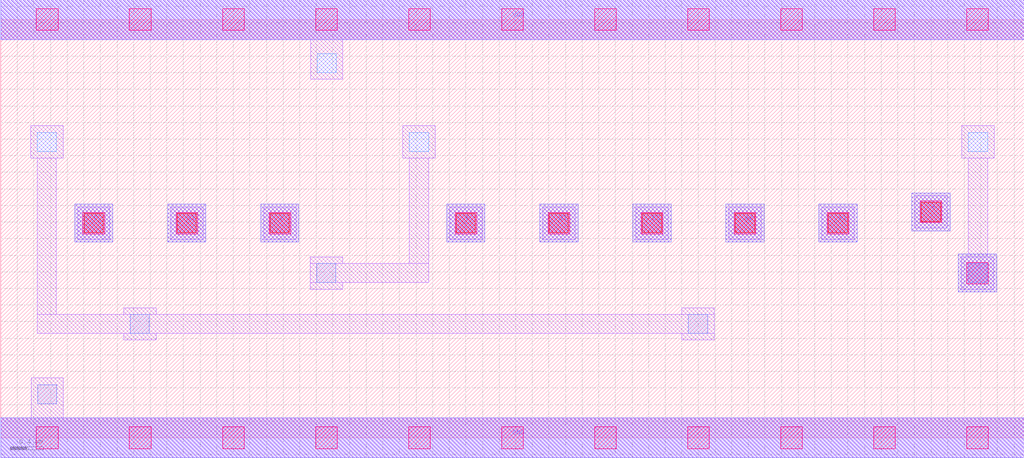
<source format=lef>
MACRO AAAOAI3321
 CLASS CORE ;
 FOREIGN AAAOAI3321 0 0 ;
 SIZE 12.32 BY 5.04 ;
 ORIGIN 0 0 ;
 SYMMETRY X Y R90 ;
 SITE unit ;
  PIN VDD
   DIRECTION INOUT ;
   USE POWER ;
   SHAPE ABUTMENT ;
    PORT
     CLASS CORE ;
       LAYER met1 ;
        RECT 0.00000000 4.80000000 12.32000000 5.28000000 ;
       LAYER met2 ;
        RECT 0.00000000 4.80000000 12.32000000 5.28000000 ;
    END
  END VDD

  PIN GND
   DIRECTION INOUT ;
   USE POWER ;
   SHAPE ABUTMENT ;
    PORT
     CLASS CORE ;
       LAYER met1 ;
        RECT 0.00000000 -0.24000000 12.32000000 0.24000000 ;
       LAYER met2 ;
        RECT 0.00000000 -0.24000000 12.32000000 0.24000000 ;
    END
  END GND

  PIN Y
   DIRECTION INOUT ;
   USE SIGNAL ;
   SHAPE ABUTMENT ;
    PORT
     CLASS CORE ;
       LAYER met2 ;
        RECT 11.53000000 1.75500000 11.99000000 2.21500000 ;
    END
  END Y

  PIN B1
   DIRECTION INOUT ;
   USE SIGNAL ;
   SHAPE ABUTMENT ;
    PORT
     CLASS CORE ;
       LAYER met2 ;
        RECT 6.49000000 2.35700000 6.95000000 2.81700000 ;
    END
  END B1

  PIN A
   DIRECTION INOUT ;
   USE SIGNAL ;
   SHAPE ABUTMENT ;
    PORT
     CLASS CORE ;
       LAYER met2 ;
        RECT 10.97000000 2.49200000 11.43000000 2.95200000 ;
    END
  END A

  PIN D
   DIRECTION INOUT ;
   USE SIGNAL ;
   SHAPE ABUTMENT ;
    PORT
     CLASS CORE ;
       LAYER met2 ;
        RECT 0.89000000 2.35700000 1.35000000 2.81700000 ;
    END
  END D

  PIN C
   DIRECTION INOUT ;
   USE SIGNAL ;
   SHAPE ABUTMENT ;
    PORT
     CLASS CORE ;
       LAYER met2 ;
        RECT 3.13000000 2.35700000 3.59000000 2.81700000 ;
    END
  END C

  PIN A2
   DIRECTION INOUT ;
   USE SIGNAL ;
   SHAPE ABUTMENT ;
    PORT
     CLASS CORE ;
       LAYER met2 ;
        RECT 8.73000000 2.35700000 9.19000000 2.81700000 ;
    END
  END A2

  PIN B2
   DIRECTION INOUT ;
   USE SIGNAL ;
   SHAPE ABUTMENT ;
    PORT
     CLASS CORE ;
       LAYER met2 ;
        RECT 7.61000000 2.35700000 8.07000000 2.81700000 ;
    END
  END B2

  PIN A1
   DIRECTION INOUT ;
   USE SIGNAL ;
   SHAPE ABUTMENT ;
    PORT
     CLASS CORE ;
       LAYER met2 ;
        RECT 9.85000000 2.35700000 10.31000000 2.81700000 ;
    END
  END A1

  PIN B
   DIRECTION INOUT ;
   USE SIGNAL ;
   SHAPE ABUTMENT ;
    PORT
     CLASS CORE ;
       LAYER met2 ;
        RECT 5.37000000 2.35700000 5.83000000 2.81700000 ;
    END
  END B

  PIN C1
   DIRECTION INOUT ;
   USE SIGNAL ;
   SHAPE ABUTMENT ;
    PORT
     CLASS CORE ;
       LAYER met2 ;
        RECT 2.01000000 2.35700000 2.47000000 2.81700000 ;
    END
  END C1

 OBS
    LAYER polycont ;
     RECT 1.00500000 2.47200000 1.23500000 2.70200000 ;
     RECT 2.12500000 2.47200000 2.35500000 2.70200000 ;
     RECT 3.24500000 2.47200000 3.47500000 2.70200000 ;
     RECT 5.48500000 2.47200000 5.71500000 2.70200000 ;
     RECT 6.60500000 2.47200000 6.83500000 2.70200000 ;
     RECT 7.72500000 2.47200000 7.95500000 2.70200000 ;
     RECT 8.84500000 2.47200000 9.07500000 2.70200000 ;
     RECT 9.96500000 2.47200000 10.19500000 2.70200000 ;
     RECT 11.08500000 2.60700000 11.31500000 2.83700000 ;

    LAYER pdiffc ;
     RECT 0.44000000 3.45000000 0.67000000 3.68000000 ;
     RECT 4.92000000 3.45000000 5.15000000 3.68000000 ;
     RECT 11.65000000 3.45000000 11.88000000 3.68000000 ;
     RECT 3.81000000 4.40000000 4.04000000 4.63000000 ;

    LAYER ndiffc ;
     RECT 0.44500000 0.41000000 0.67500000 0.64000000 ;
     RECT 1.56000000 1.25700000 1.79000000 1.48700000 ;
     RECT 8.28000000 1.25700000 8.51000000 1.48700000 ;
     RECT 3.80500000 1.87000000 4.03500000 2.10000000 ;
     RECT 11.64500000 1.87000000 11.87500000 2.10000000 ;

    LAYER met1 ;
     RECT 0.00000000 -0.24000000 12.32000000 0.24000000 ;
     RECT 0.36500000 0.24000000 0.75500000 0.72000000 ;
     RECT 0.92500000 2.39200000 1.31500000 2.78200000 ;
     RECT 2.04500000 2.39200000 2.43500000 2.78200000 ;
     RECT 3.16500000 2.39200000 3.55500000 2.78200000 ;
     RECT 5.40500000 2.39200000 5.79500000 2.78200000 ;
     RECT 6.52500000 2.39200000 6.91500000 2.78200000 ;
     RECT 7.64500000 2.39200000 8.03500000 2.78200000 ;
     RECT 8.76500000 2.39200000 9.15500000 2.78200000 ;
     RECT 9.88500000 2.39200000 10.27500000 2.78200000 ;
     RECT 11.00500000 2.52700000 11.39500000 2.91700000 ;
     RECT 1.48000000 1.17700000 1.87000000 1.25700000 ;
     RECT 8.20000000 1.17700000 8.59000000 1.25700000 ;
     RECT 0.44000000 1.25700000 8.59000000 1.48700000 ;
     RECT 1.48000000 1.48700000 1.87000000 1.56700000 ;
     RECT 8.20000000 1.48700000 8.59000000 1.56700000 ;
     RECT 0.44000000 1.48700000 0.67000000 3.37000000 ;
     RECT 0.36000000 3.37000000 0.75000000 3.76000000 ;
     RECT 3.72500000 1.79000000 4.11500000 1.87000000 ;
     RECT 3.72500000 1.87000000 5.15000000 2.10000000 ;
     RECT 3.72500000 2.10000000 4.11500000 2.18000000 ;
     RECT 4.92000000 2.10000000 5.15000000 3.37000000 ;
     RECT 4.84000000 3.37000000 5.23000000 3.76000000 ;
     RECT 11.56500000 1.79000000 11.95500000 2.18000000 ;
     RECT 11.65000000 2.18000000 11.88000000 3.37000000 ;
     RECT 11.57000000 3.37000000 11.96000000 3.76000000 ;
     RECT 3.73000000 4.32000000 4.12000000 4.80000000 ;
     RECT 0.00000000 4.80000000 12.32000000 5.28000000 ;

    LAYER via1 ;
     RECT 0.43000000 -0.13000000 0.69000000 0.13000000 ;
     RECT 1.55000000 -0.13000000 1.81000000 0.13000000 ;
     RECT 2.67000000 -0.13000000 2.93000000 0.13000000 ;
     RECT 3.79000000 -0.13000000 4.05000000 0.13000000 ;
     RECT 4.91000000 -0.13000000 5.17000000 0.13000000 ;
     RECT 6.03000000 -0.13000000 6.29000000 0.13000000 ;
     RECT 7.15000000 -0.13000000 7.41000000 0.13000000 ;
     RECT 8.27000000 -0.13000000 8.53000000 0.13000000 ;
     RECT 9.39000000 -0.13000000 9.65000000 0.13000000 ;
     RECT 10.51000000 -0.13000000 10.77000000 0.13000000 ;
     RECT 11.63000000 -0.13000000 11.89000000 0.13000000 ;
     RECT 11.63000000 1.85500000 11.89000000 2.11500000 ;
     RECT 0.99000000 2.45700000 1.25000000 2.71700000 ;
     RECT 2.11000000 2.45700000 2.37000000 2.71700000 ;
     RECT 3.23000000 2.45700000 3.49000000 2.71700000 ;
     RECT 5.47000000 2.45700000 5.73000000 2.71700000 ;
     RECT 6.59000000 2.45700000 6.85000000 2.71700000 ;
     RECT 7.71000000 2.45700000 7.97000000 2.71700000 ;
     RECT 8.83000000 2.45700000 9.09000000 2.71700000 ;
     RECT 9.95000000 2.45700000 10.21000000 2.71700000 ;
     RECT 11.07000000 2.59200000 11.33000000 2.85200000 ;
     RECT 0.43000000 4.91000000 0.69000000 5.17000000 ;
     RECT 1.55000000 4.91000000 1.81000000 5.17000000 ;
     RECT 2.67000000 4.91000000 2.93000000 5.17000000 ;
     RECT 3.79000000 4.91000000 4.05000000 5.17000000 ;
     RECT 4.91000000 4.91000000 5.17000000 5.17000000 ;
     RECT 6.03000000 4.91000000 6.29000000 5.17000000 ;
     RECT 7.15000000 4.91000000 7.41000000 5.17000000 ;
     RECT 8.27000000 4.91000000 8.53000000 5.17000000 ;
     RECT 9.39000000 4.91000000 9.65000000 5.17000000 ;
     RECT 10.51000000 4.91000000 10.77000000 5.17000000 ;
     RECT 11.63000000 4.91000000 11.89000000 5.17000000 ;

    LAYER met2 ;
     RECT 0.00000000 -0.24000000 12.32000000 0.24000000 ;
     RECT 11.53000000 1.75500000 11.99000000 2.21500000 ;
     RECT 0.89000000 2.35700000 1.35000000 2.81700000 ;
     RECT 2.01000000 2.35700000 2.47000000 2.81700000 ;
     RECT 3.13000000 2.35700000 3.59000000 2.81700000 ;
     RECT 5.37000000 2.35700000 5.83000000 2.81700000 ;
     RECT 6.49000000 2.35700000 6.95000000 2.81700000 ;
     RECT 7.61000000 2.35700000 8.07000000 2.81700000 ;
     RECT 8.73000000 2.35700000 9.19000000 2.81700000 ;
     RECT 9.85000000 2.35700000 10.31000000 2.81700000 ;
     RECT 10.97000000 2.49200000 11.43000000 2.95200000 ;
     RECT 0.00000000 4.80000000 12.32000000 5.28000000 ;

 END
END AAAOAI3321

</source>
